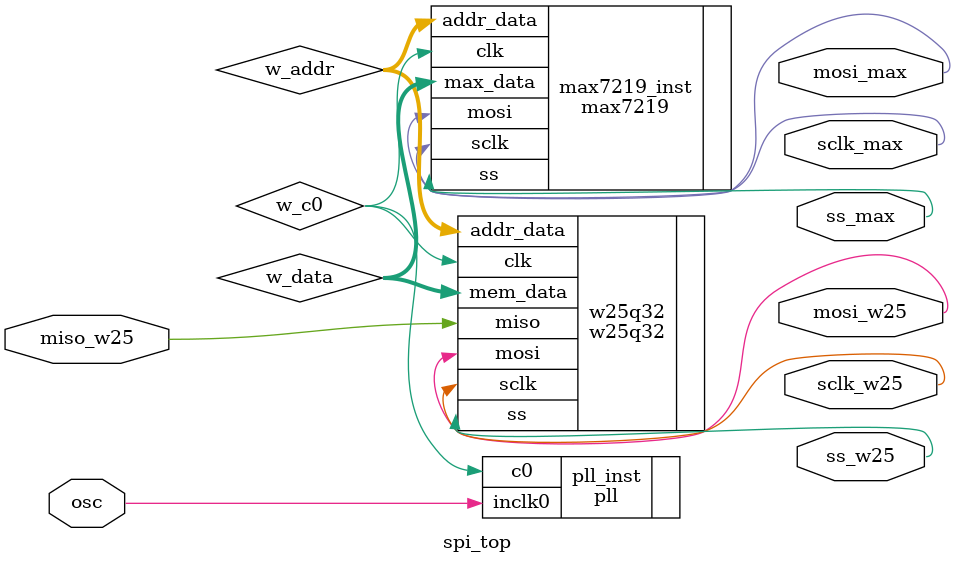
<source format=sv>



module spi_top(input bit osc, miso_w25, output bit sclk_max, ss_max, mosi_max, 
               sclk_w25, ss_w25, mosi_w25);



wire	    w_c0;
wire[7:0] w_data;
wire[15:0] w_addr;



	pll	pll_inst(.inclk0(osc), .c0(w_c0));

	max7219	max7219_inst(.clk(w_c0), .sclk(sclk_max), .ss(ss_max), .mosi(mosi_max), .max_data(w_data), .addr_data(w_addr));

	w25q32	w25q32(.clk(w_c0), .miso(miso_w25), .sclk(sclk_w25), .ss(ss_w25), .mosi(mosi_w25), .mem_data(w_data), .addr_data(w_addr));
	

endmodule: spi_top


</source>
